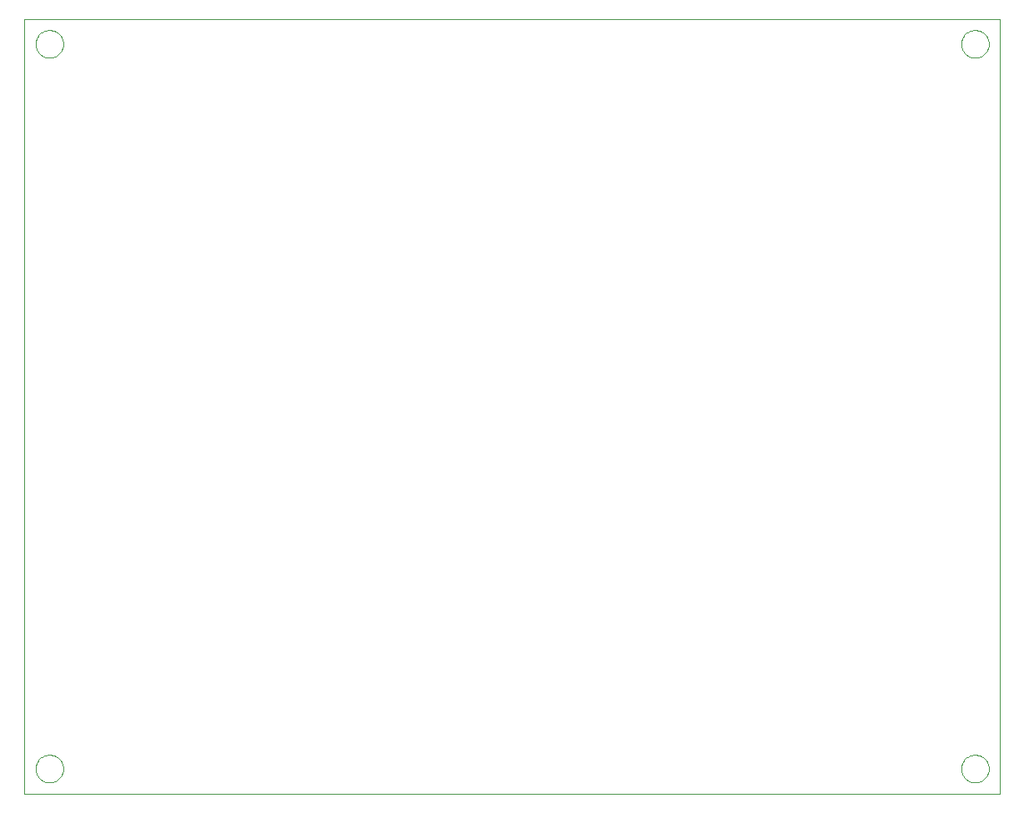
<source format=gtp>
G75*
%MOIN*%
%OFA0B0*%
%FSLAX24Y24*%
%IPPOS*%
%LPD*%
%AMOC8*
5,1,8,0,0,1.08239X$1,22.5*
%
%ADD10C,0.0000*%
D10*
X001180Y001180D02*
X001180Y032180D01*
X040180Y032180D01*
X040180Y001180D01*
X001180Y001180D01*
X001629Y002180D02*
X001631Y002227D01*
X001637Y002273D01*
X001647Y002319D01*
X001660Y002364D01*
X001678Y002407D01*
X001699Y002449D01*
X001723Y002489D01*
X001751Y002526D01*
X001782Y002561D01*
X001816Y002594D01*
X001852Y002623D01*
X001891Y002649D01*
X001932Y002672D01*
X001975Y002691D01*
X002019Y002707D01*
X002064Y002719D01*
X002110Y002727D01*
X002157Y002731D01*
X002203Y002731D01*
X002250Y002727D01*
X002296Y002719D01*
X002341Y002707D01*
X002385Y002691D01*
X002428Y002672D01*
X002469Y002649D01*
X002508Y002623D01*
X002544Y002594D01*
X002578Y002561D01*
X002609Y002526D01*
X002637Y002489D01*
X002661Y002449D01*
X002682Y002407D01*
X002700Y002364D01*
X002713Y002319D01*
X002723Y002273D01*
X002729Y002227D01*
X002731Y002180D01*
X002729Y002133D01*
X002723Y002087D01*
X002713Y002041D01*
X002700Y001996D01*
X002682Y001953D01*
X002661Y001911D01*
X002637Y001871D01*
X002609Y001834D01*
X002578Y001799D01*
X002544Y001766D01*
X002508Y001737D01*
X002469Y001711D01*
X002428Y001688D01*
X002385Y001669D01*
X002341Y001653D01*
X002296Y001641D01*
X002250Y001633D01*
X002203Y001629D01*
X002157Y001629D01*
X002110Y001633D01*
X002064Y001641D01*
X002019Y001653D01*
X001975Y001669D01*
X001932Y001688D01*
X001891Y001711D01*
X001852Y001737D01*
X001816Y001766D01*
X001782Y001799D01*
X001751Y001834D01*
X001723Y001871D01*
X001699Y001911D01*
X001678Y001953D01*
X001660Y001996D01*
X001647Y002041D01*
X001637Y002087D01*
X001631Y002133D01*
X001629Y002180D01*
X001629Y031180D02*
X001631Y031227D01*
X001637Y031273D01*
X001647Y031319D01*
X001660Y031364D01*
X001678Y031407D01*
X001699Y031449D01*
X001723Y031489D01*
X001751Y031526D01*
X001782Y031561D01*
X001816Y031594D01*
X001852Y031623D01*
X001891Y031649D01*
X001932Y031672D01*
X001975Y031691D01*
X002019Y031707D01*
X002064Y031719D01*
X002110Y031727D01*
X002157Y031731D01*
X002203Y031731D01*
X002250Y031727D01*
X002296Y031719D01*
X002341Y031707D01*
X002385Y031691D01*
X002428Y031672D01*
X002469Y031649D01*
X002508Y031623D01*
X002544Y031594D01*
X002578Y031561D01*
X002609Y031526D01*
X002637Y031489D01*
X002661Y031449D01*
X002682Y031407D01*
X002700Y031364D01*
X002713Y031319D01*
X002723Y031273D01*
X002729Y031227D01*
X002731Y031180D01*
X002729Y031133D01*
X002723Y031087D01*
X002713Y031041D01*
X002700Y030996D01*
X002682Y030953D01*
X002661Y030911D01*
X002637Y030871D01*
X002609Y030834D01*
X002578Y030799D01*
X002544Y030766D01*
X002508Y030737D01*
X002469Y030711D01*
X002428Y030688D01*
X002385Y030669D01*
X002341Y030653D01*
X002296Y030641D01*
X002250Y030633D01*
X002203Y030629D01*
X002157Y030629D01*
X002110Y030633D01*
X002064Y030641D01*
X002019Y030653D01*
X001975Y030669D01*
X001932Y030688D01*
X001891Y030711D01*
X001852Y030737D01*
X001816Y030766D01*
X001782Y030799D01*
X001751Y030834D01*
X001723Y030871D01*
X001699Y030911D01*
X001678Y030953D01*
X001660Y030996D01*
X001647Y031041D01*
X001637Y031087D01*
X001631Y031133D01*
X001629Y031180D01*
X038629Y031180D02*
X038631Y031227D01*
X038637Y031273D01*
X038647Y031319D01*
X038660Y031364D01*
X038678Y031407D01*
X038699Y031449D01*
X038723Y031489D01*
X038751Y031526D01*
X038782Y031561D01*
X038816Y031594D01*
X038852Y031623D01*
X038891Y031649D01*
X038932Y031672D01*
X038975Y031691D01*
X039019Y031707D01*
X039064Y031719D01*
X039110Y031727D01*
X039157Y031731D01*
X039203Y031731D01*
X039250Y031727D01*
X039296Y031719D01*
X039341Y031707D01*
X039385Y031691D01*
X039428Y031672D01*
X039469Y031649D01*
X039508Y031623D01*
X039544Y031594D01*
X039578Y031561D01*
X039609Y031526D01*
X039637Y031489D01*
X039661Y031449D01*
X039682Y031407D01*
X039700Y031364D01*
X039713Y031319D01*
X039723Y031273D01*
X039729Y031227D01*
X039731Y031180D01*
X039729Y031133D01*
X039723Y031087D01*
X039713Y031041D01*
X039700Y030996D01*
X039682Y030953D01*
X039661Y030911D01*
X039637Y030871D01*
X039609Y030834D01*
X039578Y030799D01*
X039544Y030766D01*
X039508Y030737D01*
X039469Y030711D01*
X039428Y030688D01*
X039385Y030669D01*
X039341Y030653D01*
X039296Y030641D01*
X039250Y030633D01*
X039203Y030629D01*
X039157Y030629D01*
X039110Y030633D01*
X039064Y030641D01*
X039019Y030653D01*
X038975Y030669D01*
X038932Y030688D01*
X038891Y030711D01*
X038852Y030737D01*
X038816Y030766D01*
X038782Y030799D01*
X038751Y030834D01*
X038723Y030871D01*
X038699Y030911D01*
X038678Y030953D01*
X038660Y030996D01*
X038647Y031041D01*
X038637Y031087D01*
X038631Y031133D01*
X038629Y031180D01*
X038629Y002180D02*
X038631Y002227D01*
X038637Y002273D01*
X038647Y002319D01*
X038660Y002364D01*
X038678Y002407D01*
X038699Y002449D01*
X038723Y002489D01*
X038751Y002526D01*
X038782Y002561D01*
X038816Y002594D01*
X038852Y002623D01*
X038891Y002649D01*
X038932Y002672D01*
X038975Y002691D01*
X039019Y002707D01*
X039064Y002719D01*
X039110Y002727D01*
X039157Y002731D01*
X039203Y002731D01*
X039250Y002727D01*
X039296Y002719D01*
X039341Y002707D01*
X039385Y002691D01*
X039428Y002672D01*
X039469Y002649D01*
X039508Y002623D01*
X039544Y002594D01*
X039578Y002561D01*
X039609Y002526D01*
X039637Y002489D01*
X039661Y002449D01*
X039682Y002407D01*
X039700Y002364D01*
X039713Y002319D01*
X039723Y002273D01*
X039729Y002227D01*
X039731Y002180D01*
X039729Y002133D01*
X039723Y002087D01*
X039713Y002041D01*
X039700Y001996D01*
X039682Y001953D01*
X039661Y001911D01*
X039637Y001871D01*
X039609Y001834D01*
X039578Y001799D01*
X039544Y001766D01*
X039508Y001737D01*
X039469Y001711D01*
X039428Y001688D01*
X039385Y001669D01*
X039341Y001653D01*
X039296Y001641D01*
X039250Y001633D01*
X039203Y001629D01*
X039157Y001629D01*
X039110Y001633D01*
X039064Y001641D01*
X039019Y001653D01*
X038975Y001669D01*
X038932Y001688D01*
X038891Y001711D01*
X038852Y001737D01*
X038816Y001766D01*
X038782Y001799D01*
X038751Y001834D01*
X038723Y001871D01*
X038699Y001911D01*
X038678Y001953D01*
X038660Y001996D01*
X038647Y002041D01*
X038637Y002087D01*
X038631Y002133D01*
X038629Y002180D01*
M02*

</source>
